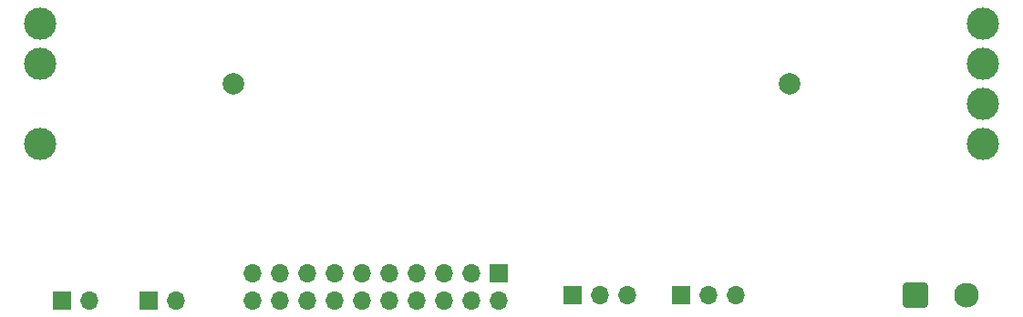
<source format=gbs>
G04 #@! TF.GenerationSoftware,KiCad,Pcbnew,8.0.4*
G04 #@! TF.CreationDate,2024-09-22T20:29:30+02:00*
G04 #@! TF.ProjectId,Fader_Single,46616465-725f-4536-996e-676c652e6b69,rev?*
G04 #@! TF.SameCoordinates,Original*
G04 #@! TF.FileFunction,Soldermask,Bot*
G04 #@! TF.FilePolarity,Negative*
%FSLAX46Y46*%
G04 Gerber Fmt 4.6, Leading zero omitted, Abs format (unit mm)*
G04 Created by KiCad (PCBNEW 8.0.4) date 2024-09-22 20:29:30*
%MOMM*%
%LPD*%
G01*
G04 APERTURE LIST*
G04 Aperture macros list*
%AMRoundRect*
0 Rectangle with rounded corners*
0 $1 Rounding radius*
0 $2 $3 $4 $5 $6 $7 $8 $9 X,Y pos of 4 corners*
0 Add a 4 corners polygon primitive as box body*
4,1,4,$2,$3,$4,$5,$6,$7,$8,$9,$2,$3,0*
0 Add four circle primitives for the rounded corners*
1,1,$1+$1,$2,$3*
1,1,$1+$1,$4,$5*
1,1,$1+$1,$6,$7*
1,1,$1+$1,$8,$9*
0 Add four rect primitives between the rounded corners*
20,1,$1+$1,$2,$3,$4,$5,0*
20,1,$1+$1,$4,$5,$6,$7,0*
20,1,$1+$1,$6,$7,$8,$9,0*
20,1,$1+$1,$8,$9,$2,$3,0*%
G04 Aperture macros list end*
%ADD10RoundRect,0.250001X-0.899999X-0.899999X0.899999X-0.899999X0.899999X0.899999X-0.899999X0.899999X0*%
%ADD11C,2.300000*%
%ADD12R,1.700000X1.700000*%
%ADD13O,1.700000X1.700000*%
%ADD14C,3.000000*%
%ADD15C,2.000000*%
G04 APERTURE END LIST*
D10*
X188200000Y-106500000D03*
D11*
X193000000Y-106500000D03*
D12*
X149530000Y-104460000D03*
D13*
X149530000Y-107000000D03*
X146990000Y-104460000D03*
X146990000Y-107000000D03*
X144450000Y-104460000D03*
X144450000Y-107000000D03*
X141910000Y-104460000D03*
X141910000Y-107000000D03*
X139370000Y-104460000D03*
X139370000Y-107000000D03*
X136830000Y-104460000D03*
X136830000Y-107000000D03*
X134290000Y-104460000D03*
X134290000Y-107000000D03*
X131750000Y-104460000D03*
X131750000Y-107000000D03*
X129210000Y-104460000D03*
X129210000Y-107000000D03*
X126670000Y-104460000D03*
X126670000Y-107000000D03*
D12*
X156445000Y-106500000D03*
D13*
X158985000Y-106500000D03*
X161525000Y-106500000D03*
D12*
X166460000Y-106500000D03*
D13*
X169000000Y-106500000D03*
X171540000Y-106500000D03*
D12*
X117000000Y-107000000D03*
D13*
X119540000Y-107000000D03*
D12*
X109000000Y-107000000D03*
D13*
X111540000Y-107000000D03*
D14*
X107000000Y-85000000D03*
X107000000Y-92500000D03*
X107000000Y-81250000D03*
X194500000Y-92500000D03*
X194500000Y-81250000D03*
X194500000Y-88750000D03*
X194500000Y-85000000D03*
D15*
X176600000Y-86875000D03*
X124900000Y-86875000D03*
M02*

</source>
